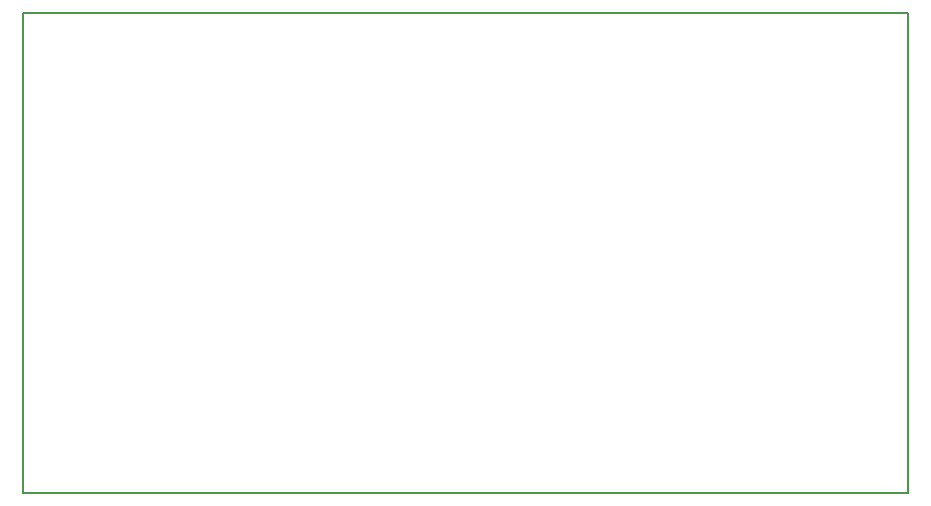
<source format=gm1>
G04 #@! TF.FileFunction,Profile,NP*
%FSLAX46Y46*%
G04 Gerber Fmt 4.6, Leading zero omitted, Abs format (unit mm)*
G04 Created by KiCad (PCBNEW 4.0.5) date 2021 March 06, Saturday 14:32:17*
%MOMM*%
%LPD*%
G01*
G04 APERTURE LIST*
%ADD10C,0.100000*%
%ADD11C,0.150000*%
G04 APERTURE END LIST*
D10*
D11*
X146050000Y-113030000D02*
X146050000Y-72390000D01*
X71120000Y-113030000D02*
X146050000Y-113030000D01*
X71120000Y-72390000D02*
X71120000Y-113030000D01*
X71120000Y-72390000D02*
X146050000Y-72390000D01*
M02*

</source>
